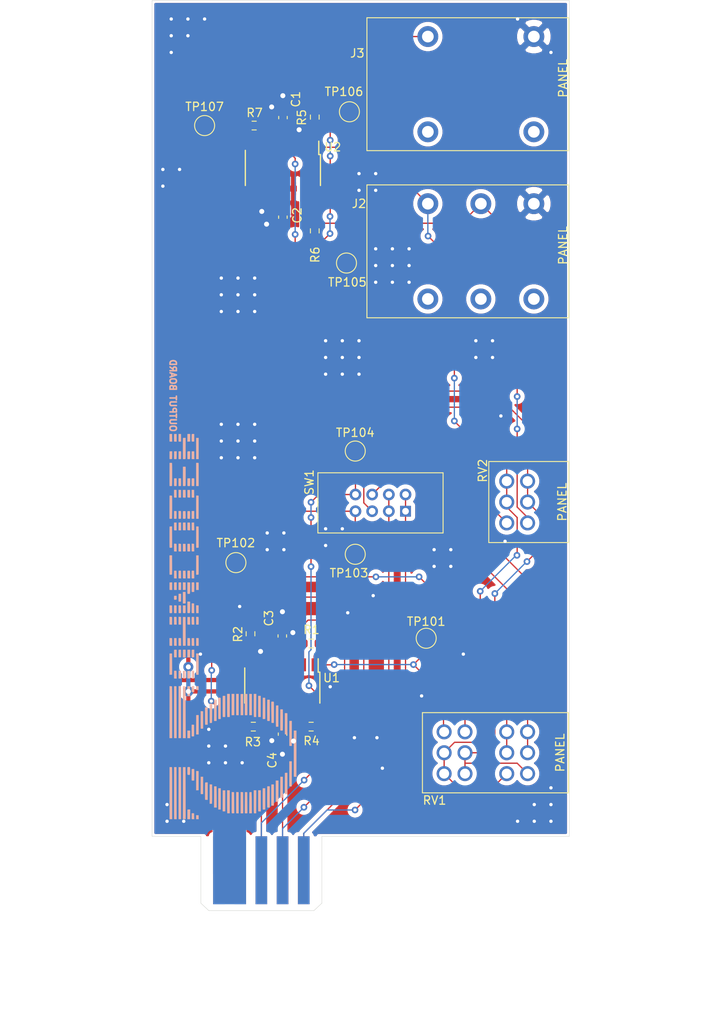
<source format=kicad_pcb>
(kicad_pcb (version 20171130) (host pcbnew "(5.1.9-0-10_14)")
  (layers (0 F.Cu signal) (31 B.Cu signal) (34 B.Paste user) (35 F.Paste user) (36 B.SilkS user) (37 F.SilkS user) (38 B.Mask user) (39 F.Mask user) (44 Edge.Cuts user))
  (net 0 "")
  (net 1 /CARRIER)
  (net 2 -12V)
  (net 3 /MOD_CARRIER_BANDS_RIGHT)
  (net 4 /MOD_CARRIER_BANDS_LEFT)
  (net 5 GND)
  (net 6 /PROGRAM_BANDS_RIGHT)
  (net 7 /PROGRAM_BANDS_LEFT)
  (net 8 /PROGRAM)
  (net 9 +12V)
  (net 10 "Net-(J2-PadR)")
  (net 11 "Net-(J2-PadT)")
  (net 12 "Net-(J3-PadT)")
  (net 13 /MOD_CARRIER_BANDS_LEFT_BUFFERED)
  (net 14 /MOD_CARRIER_BANDS_RIGHT_BUFFERED)
  (net 15 /PROGRAM_BANDS_LEFT_BUFFERED)
  (net 16 /PROGRAM_BANDS_RIGHT_BUFFERED)
  (net 17 "Net-(R5-Pad2)")
  (net 18 "Net-(RV1-PadR21)")
  (net 19 /FEEDTHROUGH_RIGHT)
  (net 20 "Net-(RV1-PadR11)")
  (net 21 /FEEDTHROUGH_LEFT)
  (net 22 "Net-(J2-PadRN)")
  (net 23 "Net-(J2-PadTN)")
  (net 24 "Net-(J2-PadSN)")
  (net 25 "Net-(J3-PadTN)")
  (net 26 "Net-(J3-PadSN)")
  (net 27 "Net-(U2-Pad8)")
  (module OHMCODER:345-010-521-201_Male (layer F.Cu) (at 117.3 154.3)
    (fp_text reference J1 hide)
    (fp_text value Conn_02x05_Odd_Even)
    (pad 1 connect rect (at -5.08 4.064) (size 1.4 8.128) (layers F.Cu) (net 9 +12V))
    (pad 3 connect rect (at -2.54 4.064) (size 1.4 8.128) (layers F.Cu) (net 2 -12V))
    (pad 5 connect rect (at 0 4.064) (size 1.4 8.128) (layers F.Cu) (net 7 /PROGRAM_BANDS_LEFT))
    (pad 7 connect rect (at 2.54 4.064) (size 1.4 8.128) (layers F.Cu) (net 6 /PROGRAM_BANDS_RIGHT))
    (pad 9 connect rect (at 5.08 4.064) (size 1.4 8.128) (layers F.Cu) (net 8 /PROGRAM))
    (pad 4 connect rect (at -2.54 4.064) (size 1.4 8.128) (layers B.Cu) (net 5 GND))
    (pad 8 connect rect (at 2.54 4.064) (size 1.4 8.128) (layers B.Cu) (net 3 /MOD_CARRIER_BANDS_RIGHT))
    (pad 10 connect rect (at 5.08 4.064) (size 1.4 8.128) (layers B.Cu) (net 1 /CARRIER))
    (pad 2 connect rect (at -5.08 4.064) (size 1.4 8.128) (layers B.Cu) (net 5 GND))
    (pad 6 connect rect (at 0 4.064) (size 1.4 8.128) (layers B.Cu) (net 4 /MOD_CARRIER_BANDS_LEFT))
  )
  (module OHMCODER:OHMCODER_46x15mm (layer B.Cu) (at 113.9 129.2 90)
    (fp_text reference G*** hide)
    (fp_text value LOGO hide)
  )
  (module OHMCODER:OHMCODER_24x8mm (layer F.Cu) (at 168 88.8)
    (fp_text reference G*** hide)
    (fp_text value LOGO hide)
  )
  (module TestPoint:TestPoint_Pad_D2.0mm (layer F.Cu) (at 110.5 69.25)
    (fp_text reference TP107 (at 0 -2.25) (layer F.SilkS))
    (fp_text value TestPoint)
    (pad 1 smd circle (at 0 0) (size 2 2) (layers F.Cu F.Mask) (net 12 "Net-(J3-PadT)"))
  )
  (module TestPoint:TestPoint_Pad_D2.0mm (layer F.Cu) (at 127.85 67.6)
    (fp_text reference TP106 (at -0.65 -2.4) (layer F.SilkS))
    (fp_text value TestPoint)
    (pad 1 smd circle (at 0 0) (size 2 2) (layers F.Cu F.Mask) (net 11 "Net-(J2-PadT)"))
  )
  (module TestPoint:TestPoint_Pad_D2.0mm (layer F.Cu) (at 127.5 85.7)
    (fp_text reference TP105 (at 0.1 2.3) (layer F.SilkS))
    (fp_text value TestPoint)
    (pad 1 smd circle (at 0 0) (size 2 2) (layers F.Cu F.Mask) (net 10 "Net-(J2-PadR)"))
  )
  (module TestPoint:TestPoint_Pad_D2.0mm (layer F.Cu) (at 128.55 108.2)
    (fp_text reference TP104 (at 0 -2.2) (layer F.SilkS))
    (fp_text value TestPoint)
    (pad 1 smd circle (at 0 0) (size 2 2) (layers F.Cu F.Mask) (net 16 /PROGRAM_BANDS_RIGHT_BUFFERED))
  )
  (module TestPoint:TestPoint_Pad_D2.0mm (layer F.Cu) (at 128.55 120.55)
    (fp_text reference TP103 (at -0.75 2.25) (layer F.SilkS))
    (fp_text value TestPoint)
    (pad 1 smd circle (at 0 0) (size 2 2) (layers F.Cu F.Mask) (net 15 /PROGRAM_BANDS_LEFT_BUFFERED))
  )
  (module TestPoint:TestPoint_Pad_D2.0mm (layer F.Cu) (at 114.25 121.55)
    (fp_text reference TP102 (at 0 -2.35) (layer F.SilkS))
    (fp_text value TestPoint)
    (pad 1 smd circle (at 0 0) (size 2 2) (layers F.Cu F.Mask) (net 14 /MOD_CARRIER_BANDS_RIGHT_BUFFERED))
  )
  (module TestPoint:TestPoint_Pad_D2.0mm (layer F.Cu) (at 137.05 130.6)
    (fp_text reference TP101 (at 0 -1.998) (layer F.SilkS))
    (fp_text value TestPoint)
    (pad 1 smd circle (at 0 0) (size 2 2) (layers F.Cu F.Mask) (net 13 /MOD_CARRIER_BANDS_LEFT_BUFFERED))
  )
  (module OHMCODER:Hirose-DF51A-8DP-2DSA (layer F.Cu) (at 131.575 114.4 180)
    (fp_text reference SW1 (at 8.525 2.475 270) (layer F.SilkS))
    (fp_text value SW_DP3T)
    (pad 8 thru_hole circle (at 3 1 180) (size 1.4 1.4) (drill 0.8) (layers *.Cu *.Mask) (net 16 /PROGRAM_BANDS_RIGHT_BUFFERED))
    (pad 7 thru_hole circle (at 1 1 180) (size 1.4 1.4) (drill 0.8) (layers *.Cu *.Mask) (net 21 /FEEDTHROUGH_LEFT))
    (pad 6 thru_hole circle (at -1 1 180) (size 1.4 1.4) (drill 0.8) (layers *.Cu *.Mask) (net 8 /PROGRAM))
    (pad 5 thru_hole circle (at -3 1 180) (size 1.4 1.4) (drill 0.8) (layers *.Cu *.Mask) (net 1 /CARRIER))
    (pad 4 thru_hole circle (at 3 -1 180) (size 1.4 1.4) (drill 0.8) (layers *.Cu *.Mask) (net 15 /PROGRAM_BANDS_LEFT_BUFFERED))
    (pad 3 thru_hole circle (at 1 -1 180) (size 1.4 1.4) (drill 0.8) (layers *.Cu *.Mask) (net 19 /FEEDTHROUGH_RIGHT))
    (pad 2 thru_hole circle (at -1 -1 180) (size 1.4 1.4) (drill 0.8) (layers *.Cu *.Mask) (net 8 /PROGRAM))
    (pad 1 thru_hole rect (at -3 -1 180) (size 1.3 1.3) (drill 0.8) (layers *.Cu *.Mask) (net 1 /CARRIER))
  )
  (module OHMCODER:Bourns_PTD902-2020K-A203 (layer F.Cu) (at 149.2 114.3 90)
    (fp_text reference RV2 (at 3.75 -5.375 90) (layer F.SilkS))
    (fp_text value 20k)
    (fp_text user PANEL (at 0 4.15 90) (layer F.SilkS))
    (pad 6 thru_hole circle (at 2.5 0 90) (size 1.8 1.8) (drill 1.2) (layers *.Cu *.Mask) (net 20 "Net-(RV1-PadR11)"))
    (pad 5 thru_hole circle (at 0 0 90) (size 1.8 1.8) (drill 1.2) (layers *.Cu *.Mask) (net 20 "Net-(RV1-PadR11)"))
    (pad 4 thru_hole circle (at -2.5 0 90) (size 1.8 1.8) (drill 1.2) (layers *.Cu *.Mask) (net 10 "Net-(J2-PadR)"))
    (pad 3 thru_hole circle (at 2.5 -2.5 90) (size 1.8 1.8) (drill 1.2) (layers *.Cu *.Mask) (net 18 "Net-(RV1-PadR21)"))
    (pad 2 thru_hole circle (at 0 -2.5 90) (size 1.8 1.8) (drill 1.2) (layers *.Cu *.Mask) (net 18 "Net-(RV1-PadR21)"))
    (pad 1 thru_hole circle (at -2.5 -2.5 90) (size 1.8 1.8) (drill 1.2) (layers *.Cu *.Mask) (net 11 "Net-(J2-PadT)"))
  )
  (module Capacitor_SMD:C_0603_1608Metric_Pad1.08x0.95mm_HandSolder (layer F.Cu) (at 119.84 142.075 90)
    (fp_text reference C4 (at -3.125 -1.24 90) (layer F.SilkS))
    (fp_text value 100n)
    (pad 2 smd roundrect (at 0.8625 0 90) (size 1.075 0.95) (layers F.Cu F.Paste F.Mask) (net 2 -12V))
    (pad 1 smd roundrect (at -0.8625 0 90) (size 1.075 0.95) (layers F.Cu F.Paste F.Mask) (net 5 GND))
  )
  (module Capacitor_SMD:C_0603_1608Metric_Pad1.08x0.95mm_HandSolder (layer F.Cu) (at 119.81 130.325 90)
    (fp_text reference C3 (at 2.125 -1.61 90) (layer F.SilkS))
    (fp_text value 100n)
    (pad 2 smd roundrect (at 0.8625 0 90) (size 1.075 0.95) (layers F.Cu F.Paste F.Mask) (net 5 GND))
    (pad 1 smd roundrect (at -0.8625 0 90) (size 1.075 0.95) (layers F.Cu F.Paste F.Mask) (net 9 +12V))
  )
  (module Capacitor_SMD:C_0603_1608Metric_Pad1.08x0.95mm_HandSolder (layer F.Cu) (at 119.88 80.2125 90)
    (fp_text reference C2 (at 0.2125 1.72 90) (layer F.SilkS))
    (fp_text value 100n)
    (pad 2 smd roundrect (at 0.8625 0 90) (size 1.075 0.95) (layers F.Cu F.Paste F.Mask) (net 2 -12V))
    (pad 1 smd roundrect (at -0.8625 0 90) (size 1.075 0.95) (layers F.Cu F.Paste F.Mask) (net 5 GND))
  )
  (module Capacitor_SMD:C_0603_1608Metric_Pad1.08x0.95mm_HandSolder (layer F.Cu) (at 119.89 68.2975 90)
    (fp_text reference C1 (at 2.1975 1.535 90) (layer F.SilkS))
    (fp_text value 100n)
    (pad 2 smd roundrect (at 0.8625 0 90) (size 1.075 0.95) (layers F.Cu F.Paste F.Mask) (net 5 GND))
    (pad 1 smd roundrect (at -0.8625 0 90) (size 1.075 0.95) (layers F.Cu F.Paste F.Mask) (net 9 +12V))
  )
  (module OHMCODER:Bourns_PTD904-2020K-B103 (layer F.Cu) (at 149.2 144.3 90)
    (fp_text reference RV1 (at -5.7 -11.15 180) (layer F.SilkS))
    (fp_text value 10k)
    (fp_text user PANEL (at 0 3.9 90) (layer F.SilkS))
    (pad R42 thru_hole circle (at 0 -10 90) (size 1.8 1.8) (drill 1.2) (layers *.Cu *.Mask) (net 18 "Net-(RV1-PadR21)"))
    (pad R41 thru_hole circle (at -2.5 -10 90) (size 1.8 1.8) (drill 1.2) (layers *.Cu *.Mask) (net 18 "Net-(RV1-PadR21)"))
    (pad R43 thru_hole circle (at 2.5 -10 90) (size 1.8 1.8) (drill 1.2) (layers *.Cu *.Mask) (net 13 /MOD_CARRIER_BANDS_LEFT_BUFFERED))
    (pad R13 thru_hole circle (at 2.5 0 90) (size 1.8 1.8) (drill 1.2) (layers *.Cu *.Mask) (net 19 /FEEDTHROUGH_RIGHT))
    (pad R12 thru_hole circle (at 0 0 90) (size 1.8 1.8) (drill 1.2) (layers *.Cu *.Mask) (net 19 /FEEDTHROUGH_RIGHT))
    (pad R11 thru_hole circle (at -2.5 0 90) (size 1.8 1.8) (drill 1.2) (layers *.Cu *.Mask) (net 20 "Net-(RV1-PadR11)"))
    (pad R23 thru_hole circle (at 2.5 -2.5 90) (size 1.8 1.8) (drill 1.2) (layers *.Cu *.Mask) (net 21 /FEEDTHROUGH_LEFT))
    (pad R22 thru_hole circle (at 0 -2.5 90) (size 1.8 1.8) (drill 1.2) (layers *.Cu *.Mask) (net 21 /FEEDTHROUGH_LEFT))
    (pad R21 thru_hole circle (at -2.5 -2.5 90) (size 1.8 1.8) (drill 1.2) (layers *.Cu *.Mask) (net 18 "Net-(RV1-PadR21)"))
    (pad R33 thru_hole circle (at 2.5 -7.5 90) (size 1.8 1.8) (drill 1.2) (layers *.Cu *.Mask) (net 14 /MOD_CARRIER_BANDS_RIGHT_BUFFERED))
    (pad R32 thru_hole circle (at 0 -7.5 90) (size 1.8 1.8) (drill 1.2) (layers *.Cu *.Mask) (net 20 "Net-(RV1-PadR11)"))
    (pad R31 thru_hole circle (at -2.5 -7.5 90) (size 1.8 1.8) (drill 1.2) (layers *.Cu *.Mask) (net 20 "Net-(RV1-PadR11)"))
  )
  (module OHMCODER:Amphenol_ACJM-MHDRM (layer F.Cu) (at 149.95 70)
    (fp_text reference J3 (at -21.15 -9.4) (layer F.SilkS))
    (fp_text value AudioJack2_Switch)
    (fp_text user PANEL (at 3.5 -6.4 90) (layer F.SilkS))
    (pad S thru_hole circle (at 0 -11.4) (size 2.5 2.5) (drill 1.4) (layers *.Cu *.Mask) (net 5 GND))
    (pad T thru_hole circle (at -12.7 -11.4) (size 2.5 2.5) (drill 1.4) (layers *.Cu *.Mask) (net 12 "Net-(J3-PadT)"))
    (pad TN thru_hole circle (at -12.7 0) (size 2.5 2.5) (drill 1.4) (layers *.Cu *.Mask) (net 25 "Net-(J3-PadTN)"))
    (pad SN thru_hole circle (at 0 0) (size 2.5 2.5) (drill 1.4) (layers *.Cu *.Mask) (net 26 "Net-(J3-PadSN)"))
  )
  (module OHMCODER:Amphenol_ACJS-MHDRM (layer F.Cu) (at 149.95 90)
    (fp_text reference J2 (at -20.95 -11.4) (layer F.SilkS))
    (fp_text value AudioJack3_Switch)
    (fp_text user PANEL (at 3.5 -6.4 90) (layer F.SilkS))
    (pad RN thru_hole circle (at -6.35 0) (size 2.5 2.5) (drill 1.4) (layers *.Cu *.Mask) (net 22 "Net-(J2-PadRN)"))
    (pad R thru_hole circle (at -6.35 -11.4) (size 2.5 2.5) (drill 1.4) (layers *.Cu *.Mask) (net 10 "Net-(J2-PadR)"))
    (pad S thru_hole circle (at 0 -11.4) (size 2.5 2.5) (drill 1.4) (layers *.Cu *.Mask) (net 5 GND))
    (pad T thru_hole circle (at -12.7 -11.4) (size 2.5 2.5) (drill 1.4) (layers *.Cu *.Mask) (net 11 "Net-(J2-PadT)"))
    (pad TN thru_hole circle (at -12.7 0) (size 2.5 2.5) (drill 1.4) (layers *.Cu *.Mask) (net 23 "Net-(J2-PadTN)"))
    (pad SN thru_hole circle (at 0 0) (size 2.5 2.5) (drill 1.4) (layers *.Cu *.Mask) (net 24 "Net-(J2-PadSN)"))
  )
  (module OHMCODER:TL074-SOIC-14 (layer F.Cu) (at 119.88 74.32 180)
    (fp_text reference U2 (at -5.98 2.49 180) (layer F.SilkS))
    (fp_text value TL074)
    (pad 8 smd rect (at 3.81 -2.475 180) (size 0.6 1.55) (layers F.Cu F.Paste F.Mask) (net 27 "Net-(U2-Pad8)"))
    (pad 9 smd rect (at 2.54 -2.475 180) (size 0.6 1.55) (layers F.Cu F.Paste F.Mask) (net 5 GND))
    (pad 10 smd rect (at 1.27 -2.475 180) (size 0.6 1.55) (layers F.Cu F.Paste F.Mask) (net 5 GND))
    (pad 11 smd rect (at 0 -2.475 180) (size 0.6 1.55) (layers F.Cu F.Paste F.Mask) (net 2 -12V))
    (pad 12 smd rect (at -1.27 -2.475 180) (size 0.6 1.55) (layers F.Cu F.Paste F.Mask) (net 5 GND))
    (pad 13 smd rect (at -2.54 -2.475 180) (size 0.6 1.55) (layers F.Cu F.Paste F.Mask) (net 20 "Net-(RV1-PadR11)"))
    (pad 14 smd rect (at -3.81 -2.475 180) (size 0.6 1.55) (layers F.Cu F.Paste F.Mask) (net 10 "Net-(J2-PadR)"))
    (pad 7 smd rect (at 3.81 2.475 180) (size 0.6 1.55) (layers F.Cu F.Paste F.Mask) (net 12 "Net-(J3-PadT)"))
    (pad 6 smd rect (at 2.54 2.475 180) (size 0.6 1.55) (layers F.Cu F.Paste F.Mask) (net 17 "Net-(R5-Pad2)"))
    (pad 5 smd rect (at 1.27 2.475 180) (size 0.6 1.55) (layers F.Cu F.Paste F.Mask) (net 5 GND))
    (pad 4 smd rect (at 0 2.475 180) (size 0.6 1.55) (layers F.Cu F.Paste F.Mask) (net 9 +12V))
    (pad 3 smd rect (at -1.27 2.475 180) (size 0.6 1.55) (layers F.Cu F.Paste F.Mask) (net 18 "Net-(RV1-PadR21)"))
    (pad 2 smd rect (at -2.54 2.475 180) (size 0.6 1.55) (layers F.Cu F.Paste F.Mask) (net 5 GND))
    (pad 1 smd rect (at -3.81 2.475 180) (size 0.6 1.55) (layers F.Cu F.Paste F.Mask) (net 11 "Net-(J2-PadT)"))
  )
  (module OHMCODER:TL074-SOIC-14 (layer F.Cu) (at 119.81 136.255 180)
    (fp_text reference U1 (at -5.9 0.905 180) (layer F.SilkS))
    (fp_text value TL074)
    (pad 8 smd rect (at 3.81 -2.475 180) (size 0.6 1.55) (layers F.Cu F.Paste F.Mask) (net 15 /PROGRAM_BANDS_LEFT_BUFFERED))
    (pad 9 smd rect (at 2.54 -2.475 180) (size 0.6 1.55) (layers F.Cu F.Paste F.Mask) (net 7 /PROGRAM_BANDS_LEFT))
    (pad 10 smd rect (at 1.27 -2.475 180) (size 0.6 1.55) (layers F.Cu F.Paste F.Mask) (net 5 GND))
    (pad 11 smd rect (at 0 -2.475 180) (size 0.6 1.55) (layers F.Cu F.Paste F.Mask) (net 2 -12V))
    (pad 12 smd rect (at -1.27 -2.475 180) (size 0.6 1.55) (layers F.Cu F.Paste F.Mask) (net 5 GND))
    (pad 13 smd rect (at -2.54 -2.475 180) (size 0.6 1.55) (layers F.Cu F.Paste F.Mask) (net 6 /PROGRAM_BANDS_RIGHT))
    (pad 14 smd rect (at -3.81 -2.475 180) (size 0.6 1.55) (layers F.Cu F.Paste F.Mask) (net 16 /PROGRAM_BANDS_RIGHT_BUFFERED))
    (pad 7 smd rect (at 3.81 2.475 180) (size 0.6 1.55) (layers F.Cu F.Paste F.Mask) (net 14 /MOD_CARRIER_BANDS_RIGHT_BUFFERED))
    (pad 6 smd rect (at 2.54 2.475 180) (size 0.6 1.55) (layers F.Cu F.Paste F.Mask) (net 5 GND))
    (pad 5 smd rect (at 1.27 2.475 180) (size 0.6 1.55) (layers F.Cu F.Paste F.Mask) (net 3 /MOD_CARRIER_BANDS_RIGHT))
    (pad 4 smd rect (at 0 2.475 180) (size 0.6 1.55) (layers F.Cu F.Paste F.Mask) (net 9 +12V))
    (pad 3 smd rect (at -1.27 2.475 180) (size 0.6 1.55) (layers F.Cu F.Paste F.Mask) (net 5 GND))
    (pad 2 smd rect (at -2.54 2.475 180) (size 0.6 1.55) (layers F.Cu F.Paste F.Mask) (net 4 /MOD_CARRIER_BANDS_LEFT))
    (pad 1 smd rect (at -3.81 2.475 180) (size 0.6 1.55) (layers F.Cu F.Paste F.Mask) (net 13 /MOD_CARRIER_BANDS_LEFT_BUFFERED))
  )
  (module Resistor_SMD:R_0603_1608Metric_Pad0.98x0.95mm_HandSolder (layer F.Cu) (at 116.4375 69.25 180)
    (fp_text reference R7 (at -0.05 1.525) (layer F.SilkS))
    (fp_text value 10k)
    (pad 2 smd roundrect (at 0.9125 0 180) (size 0.975 0.95) (layers F.Cu F.Paste F.Mask) (net 12 "Net-(J3-PadT)"))
    (pad 1 smd roundrect (at -0.9125 0 180) (size 0.975 0.95) (layers F.Cu F.Paste F.Mask) (net 17 "Net-(R5-Pad2)"))
  )
  (module Resistor_SMD:R_0603_1608Metric_Pad0.98x0.95mm_HandSolder (layer F.Cu) (at 123.7 81.85 90)
    (fp_text reference R6 (at -2.8625 0.05 90) (layer F.SilkS))
    (fp_text value 10k)
    (pad 2 smd roundrect (at 0.9125 0 90) (size 0.975 0.95) (layers F.Cu F.Paste F.Mask) (net 10 "Net-(J2-PadR)"))
    (pad 1 smd roundrect (at -0.9125 0 90) (size 0.975 0.95) (layers F.Cu F.Paste F.Mask) (net 17 "Net-(R5-Pad2)"))
  )
  (module Resistor_SMD:R_0603_1608Metric_Pad0.98x0.95mm_HandSolder (layer F.Cu) (at 123.7 68.2375 90)
    (fp_text reference R5 (at -0.0475 -1.56 90) (layer F.SilkS))
    (fp_text value 10k)
    (pad 2 smd roundrect (at 0.9125 0 90) (size 0.975 0.95) (layers F.Cu F.Paste F.Mask) (net 17 "Net-(R5-Pad2)"))
    (pad 1 smd roundrect (at -0.9125 0 90) (size 0.975 0.95) (layers F.Cu F.Paste F.Mask) (net 11 "Net-(J2-PadT)"))
  )
  (module Resistor_SMD:R_0603_1608Metric_Pad0.98x0.95mm_HandSolder (layer F.Cu) (at 123.2625 141.175 180)
    (fp_text reference R4 (at -0.0475 -1.71) (layer F.SilkS))
    (fp_text value 10k)
    (pad 2 smd roundrect (at 0.9125 0 180) (size 0.975 0.95) (layers F.Cu F.Paste F.Mask) (net 6 /PROGRAM_BANDS_RIGHT))
    (pad 1 smd roundrect (at -0.9125 0 180) (size 0.975 0.95) (layers F.Cu F.Paste F.Mask) (net 16 /PROGRAM_BANDS_RIGHT_BUFFERED))
  )
  (module Resistor_SMD:R_0603_1608Metric_Pad0.98x0.95mm_HandSolder (layer F.Cu) (at 116.3375 141.175)
    (fp_text reference R3 (at -0.0575 1.84) (layer F.SilkS))
    (fp_text value 10k)
    (pad 2 smd roundrect (at 0.9125 0) (size 0.975 0.95) (layers F.Cu F.Paste F.Mask) (net 7 /PROGRAM_BANDS_LEFT))
    (pad 1 smd roundrect (at -0.9125 0) (size 0.975 0.95) (layers F.Cu F.Paste F.Mask) (net 15 /PROGRAM_BANDS_LEFT_BUFFERED))
  )
  (module Resistor_SMD:R_0603_1608Metric_Pad0.98x0.95mm_HandSolder (layer F.Cu) (at 116 130.0625 90)
    (fp_text reference R2 (at -0.0575 -1.5 90) (layer F.SilkS))
    (fp_text value 10k)
    (pad 2 smd roundrect (at 0.9125 0 90) (size 0.975 0.95) (layers F.Cu F.Paste F.Mask) (net 3 /MOD_CARRIER_BANDS_RIGHT))
    (pad 1 smd roundrect (at -0.9125 0 90) (size 0.975 0.95) (layers F.Cu F.Paste F.Mask) (net 14 /MOD_CARRIER_BANDS_RIGHT_BUFFERED))
  )
  (module Resistor_SMD:R_0603_1608Metric_Pad0.98x0.95mm_HandSolder (layer F.Cu) (at 123.2625 131.225 180)
    (fp_text reference R1 (at -0.0375 1.64) (layer F.SilkS))
    (fp_text value 10k)
    (pad 2 smd roundrect (at 0.9125 0 180) (size 0.975 0.95) (layers F.Cu F.Paste F.Mask) (net 4 /MOD_CARRIER_BANDS_LEFT))
    (pad 1 smd roundrect (at -0.9125 0 180) (size 0.975 0.95) (layers F.Cu F.Paste F.Mask) (net 13 /MOD_CARRIER_BANDS_LEFT_BUFFERED))
  )
  (gr_text "OUTPUT BOARD" (at 106.7 106 -90) (layer B.SilkS) (effects (font (size 0.762 0.762) (thickness 0.1905)) (justify left mirror)))
  (gr_line (start 104.2 54.3) (end 154.2 54.3) (layer Edge.Cuts) (width 0.05))
  (gr_line (start 104.2 154.3) (end 104.2 54.3) (layer Edge.Cuts) (width 0.05))
  (gr_line (start 110.05 154.3) (end 104.2 154.3) (layer Edge.Cuts) (width 0.05))
  (gr_line (start 154.2 154.3) (end 154.2 54.3) (layer Edge.Cuts) (width 0.05))
  (gr_line (start 124.55 154.3) (end 154.2 154.3) (layer Edge.Cuts) (width 0.05))
  (gr_line (start 110.05 162.3) (end 110.05 154.3) (layer Edge.Cuts) (width 0.05))
  (gr_line (start 111 163.19) (end 110.05 162.3) (layer Edge.Cuts) (width 0.05))
  (gr_line (start 123.6 163.19) (end 111 163.19) (layer Edge.Cuts) (width 0.05))
  (gr_line (start 124.55 162.3) (end 123.6 163.19) (layer Edge.Cuts) (width 0.05))
  (gr_line (start 124.55 154.3) (end 124.55 162.3) (layer Edge.Cuts) (width 0.05))
  (segment (start 122.38 158.745) (end 122.38 153.945) (width 0.1524) (layer B.Cu) (net 1))
  (via (at 128.525 151.15) (size 0.8) (drill 0.4) (layers F.Cu B.Cu) (net 1))
  (segment (start 125.175 151.15) (end 128.525 151.15) (width 0.1524) (layer B.Cu) (net 1))
  (segment (start 122.38 153.945) (end 125.175 151.15) (width 0.1524) (layer B.Cu) (net 1))
  (segment (start 134.575 145.1) (end 134.575 115.4) (width 0.1524) (layer F.Cu) (net 1))
  (segment (start 128.525 151.15) (end 134.575 145.1) (width 0.1524) (layer F.Cu) (net 1))
  (segment (start 134.575 115.4) (end 134.575 113.4) (width 0.1524) (layer F.Cu) (net 1))
  (segment (start 114.76 158.745) (end 114.76 152.635) (width 0.508) (layer F.Cu) (net 2))
  (segment (start 108.55 146.425) (end 108.55 136.962) (width 0.508) (layer F.Cu) (net 2))
  (via (at 108.55 136.962) (size 1.2) (drill 0.6) (layers F.Cu B.Cu) (net 2))
  (segment (start 114.76 152.635) (end 108.55 146.425) (width 0.508) (layer F.Cu) (net 2))
  (via (at 108.55 134.025) (size 1.2) (drill 0.6) (layers F.Cu B.Cu) (net 2))
  (segment (start 108.55 136.962) (end 108.55 134.025) (width 0.508) (layer B.Cu) (net 2))
  (segment (start 119.88 75.618398) (end 119.88 76.795) (width 0.508) (layer F.Cu) (net 2))
  (segment (start 119.261602 75) (end 119.88 75.618398) (width 0.508) (layer F.Cu) (net 2))
  (segment (start 108.55 79.075) (end 112.625 75) (width 0.508) (layer F.Cu) (net 2))
  (segment (start 112.625 75) (end 119.261602 75) (width 0.508) (layer F.Cu) (net 2))
  (segment (start 108.55 134.025) (end 108.55 79.075) (width 0.508) (layer F.Cu) (net 2))
  (segment (start 119.81 137.447) (end 119.81 138.73) (width 0.508) (layer F.Cu) (net 2))
  (segment (start 119.325 136.962) (end 119.81 137.447) (width 0.508) (layer F.Cu) (net 2))
  (segment (start 108.55 136.962) (end 119.325 136.962) (width 0.508) (layer F.Cu) (net 2))
  (segment (start 119.84 138.76) (end 119.81 138.73) (width 0.508) (layer F.Cu) (net 2))
  (segment (start 119.84 141.2125) (end 119.84 138.76) (width 0.508) (layer F.Cu) (net 2))
  (segment (start 119.88 79.35) (end 119.88 76.795) (width 0.508) (layer F.Cu) (net 2))
  (via (at 122.4 150.825) (size 0.8) (drill 0.4) (layers F.Cu B.Cu) (net 3))
  (segment (start 119.84 153.385) (end 122.4 150.825) (width 0.1524) (layer B.Cu) (net 3))
  (segment (start 119.84 158.745) (end 119.84 153.385) (width 0.1524) (layer B.Cu) (net 3))
  (segment (start 122.4 150.825) (end 129.575 143.65) (width 0.1524) (layer F.Cu) (net 3))
  (segment (start 129.575 143.65) (end 129.575 127.475) (width 0.1524) (layer F.Cu) (net 3))
  (segment (start 129.575 127.475) (end 127.775 125.675) (width 0.1524) (layer F.Cu) (net 3))
  (segment (start 127.775 125.675) (end 117.65 125.675) (width 0.1524) (layer F.Cu) (net 3))
  (segment (start 116 127.325) (end 116 129.15) (width 0.1524) (layer F.Cu) (net 3))
  (segment (start 117.65 125.675) (end 116 127.325) (width 0.1524) (layer F.Cu) (net 3))
  (segment (start 118.54 132.44) (end 118.54 133.78) (width 0.1524) (layer F.Cu) (net 3))
  (segment (start 118.54 130.54) (end 118.54 132.44) (width 0.1524) (layer F.Cu) (net 3))
  (segment (start 117.15 129.15) (end 118.54 130.54) (width 0.1524) (layer F.Cu) (net 3))
  (segment (start 116 129.15) (end 117.15 129.15) (width 0.1524) (layer F.Cu) (net 3))
  (segment (start 122.35 133.78) (end 122.35 131.225) (width 0.1524) (layer F.Cu) (net 4))
  (segment (start 117.3 152.7) (end 122.425 147.575) (width 0.1524) (layer B.Cu) (net 4))
  (via (at 122.425 147.575) (size 0.8) (drill 0.4) (layers F.Cu B.Cu) (net 4))
  (segment (start 117.3 158.745) (end 117.3 152.7) (width 0.1524) (layer B.Cu) (net 4))
  (segment (start 122.425 147.575) (end 127.275 142.725) (width 0.1524) (layer F.Cu) (net 4))
  (segment (start 127.275 142.725) (end 127.275 129.8) (width 0.1524) (layer F.Cu) (net 4))
  (segment (start 127.275 129.8) (end 125.9 128.425) (width 0.1524) (layer F.Cu) (net 4))
  (segment (start 125.9 128.425) (end 122.9 128.425) (width 0.1524) (layer F.Cu) (net 4))
  (segment (start 122.35 128.975) (end 122.35 131.225) (width 0.1524) (layer F.Cu) (net 4))
  (segment (start 122.9 128.425) (end 122.35 128.975) (width 0.1524) (layer F.Cu) (net 4))
  (via (at 119.825 127.425) (size 1.2) (drill 0.6) (layers F.Cu B.Cu) (net 5))
  (segment (start 119.81 127.44) (end 119.825 127.425) (width 0.508) (layer F.Cu) (net 5))
  (segment (start 119.81 129.4625) (end 119.81 127.44) (width 0.508) (layer F.Cu) (net 5))
  (segment (start 121.08 133.78) (end 121.08 130.2575) (width 0.508) (layer F.Cu) (net 5))
  (via (at 117.2 132.175) (size 1.2) (drill 0.6) (layers F.Cu B.Cu) (net 5))
  (segment (start 117.27 132.245) (end 117.2 132.175) (width 0.508) (layer F.Cu) (net 5))
  (segment (start 117.27 133.78) (end 117.27 132.245) (width 0.508) (layer F.Cu) (net 5))
  (via (at 119.825 144.475) (size 1.2) (drill 0.6) (layers F.Cu B.Cu) (net 5))
  (segment (start 119.84 144.46) (end 119.825 144.475) (width 0.508) (layer F.Cu) (net 5))
  (segment (start 119.84 142.9375) (end 119.84 144.46) (width 0.508) (layer F.Cu) (net 5))
  (segment (start 122.42 70.345) (end 121.825 69.75) (width 0.508) (layer F.Cu) (net 5))
  (via (at 121.825 69.75) (size 1.2) (drill 0.6) (layers F.Cu B.Cu) (net 5))
  (segment (start 122.42 71.845) (end 122.42 70.345) (width 0.508) (layer F.Cu) (net 5))
  (segment (start 119.89 65.69) (end 119.875 65.675) (width 0.508) (layer F.Cu) (net 5))
  (via (at 119.875 65.675) (size 1.2) (drill 0.6) (layers F.Cu B.Cu) (net 5))
  (segment (start 119.89 67.435) (end 119.89 65.69) (width 0.508) (layer F.Cu) (net 5))
  (segment (start 118.61 71.845) (end 118.61 68.24) (width 0.508) (layer F.Cu) (net 5))
  (segment (start 117.34 76.795) (end 118.61 76.795) (width 0.508) (layer F.Cu) (net 5))
  (segment (start 120.355 81.075) (end 119.88 81.075) (width 0.508) (layer F.Cu) (net 5))
  (segment (start 121.15 80.28) (end 120.355 81.075) (width 0.508) (layer F.Cu) (net 5))
  (segment (start 121.15 76.795) (end 121.15 80.28) (width 0.508) (layer F.Cu) (net 5))
  (via (at 117.35 79.525) (size 1.2) (drill 0.6) (layers F.Cu B.Cu) (net 5))
  (segment (start 117.34 79.515) (end 117.35 79.525) (width 0.508) (layer F.Cu) (net 5))
  (segment (start 117.34 76.795) (end 117.34 79.515) (width 0.508) (layer F.Cu) (net 5))
  (via (at 117.925 81.05) (size 1.2) (drill 0.6) (layers F.Cu B.Cu) (net 5))
  (segment (start 117.95 81.075) (end 117.925 81.05) (width 0.508) (layer F.Cu) (net 5))
  (segment (start 119.88 81.075) (end 117.95 81.075) (width 0.508) (layer F.Cu) (net 5))
  (via (at 118.55 142.85) (size 1.2) (drill 0.6) (layers F.Cu B.Cu) (net 5))
  (segment (start 118.54 142.84) (end 118.55 142.85) (width 0.508) (layer F.Cu) (net 5))
  (segment (start 118.54 138.73) (end 118.54 142.84) (width 0.508) (layer F.Cu) (net 5))
  (via (at 121.15 142.9) (size 1.2) (drill 0.6) (layers F.Cu B.Cu) (net 5))
  (segment (start 121.08 142.83) (end 121.15 142.9) (width 0.508) (layer F.Cu) (net 5))
  (segment (start 121.08 138.73) (end 121.08 142.83) (width 0.508) (layer F.Cu) (net 5))
  (via (at 121.075 129.925) (size 1.2) (drill 0.6) (layers F.Cu B.Cu) (net 5))
  (segment (start 121.08 129.93) (end 121.075 129.925) (width 0.508) (layer F.Cu) (net 5))
  (segment (start 121.08 130.2575) (end 121.08 129.93) (width 0.508) (layer F.Cu) (net 5))
  (via (at 118.5342 67.020642) (size 1.2) (drill 0.6) (layers F.Cu B.Cu) (net 5))
  (segment (start 118.61 67.096442) (end 118.5342 67.020642) (width 0.508) (layer F.Cu) (net 5))
  (segment (start 118.61 68.24) (end 118.61 67.096442) (width 0.508) (layer F.Cu) (net 5))
  (segment (start 112.22 158.745) (end 112.22 153.105) (width 1.4) (layer B.Cu) (net 5))
  (segment (start 114.76 158.745) (end 114.76 153.06) (width 1.4) (layer B.Cu) (net 5))
  (via (at 106 152.5) (size 0.8) (drill 0.4) (layers F.Cu B.Cu) (net 5))
  (via (at 108 152.5) (size 0.8) (drill 0.4) (layers F.Cu B.Cu) (net 5))
  (via (at 106 150.5) (size 0.8) (drill 0.4) (layers F.Cu B.Cu) (net 5))
  (via (at 152 152.5) (size 0.8) (drill 0.4) (layers F.Cu B.Cu) (net 5))
  (via (at 152 150.5) (size 0.8) (drill 0.4) (layers F.Cu B.Cu) (net 5))
  (via (at 150 152.5) (size 0.8) (drill 0.4) (layers F.Cu B.Cu) (net 5))
  (via (at 152 148.5) (size 0.8) (drill 0.4) (layers F.Cu B.Cu) (net 5))
  (via (at 150 150.5) (size 0.8) (drill 0.4) (layers F.Cu B.Cu) (net 5))
  (via (at 148 152.5) (size 0.8) (drill 0.4) (layers F.Cu B.Cu) (net 5))
  (via (at 152 60.5) (size 0.8) (drill 0.4) (layers F.Cu B.Cu) (net 5))
  (via (at 148 56.5) (size 0.8) (drill 0.4) (layers F.Cu B.Cu) (net 5))
  (via (at 106.5 56.5) (size 0.8) (drill 0.4) (layers F.Cu B.Cu) (net 5))
  (via (at 108.5 56.5) (size 0.8) (drill 0.4) (layers F.Cu B.Cu) (net 5))
  (via (at 110.5 56.5) (size 0.8) (drill 0.4) (layers F.Cu B.Cu) (net 5))
  (via (at 106.5 58.5) (size 0.8) (drill 0.4) (layers F.Cu B.Cu) (net 5))
  (via (at 106.5 60.5) (size 0.8) (drill 0.4) (layers F.Cu B.Cu) (net 5))
  (via (at 108.5 58.5) (size 0.8) (drill 0.4) (layers F.Cu B.Cu) (net 5))
  (via (at 114.5 87.5) (size 0.8) (drill 0.4) (layers F.Cu B.Cu) (net 5))
  (via (at 114.5 89.5) (size 0.8) (drill 0.4) (layers F.Cu B.Cu) (net 5))
  (via (at 114.5 91.5) (size 0.8) (drill 0.4) (layers F.Cu B.Cu) (net 5))
  (via (at 116.5 91.5) (size 0.8) (drill 0.4) (layers F.Cu B.Cu) (net 5))
  (via (at 116.5 89.5) (size 0.8) (drill 0.4) (layers F.Cu B.Cu) (net 5))
  (via (at 116.5 87.5) (size 0.8) (drill 0.4) (layers F.Cu B.Cu) (net 5))
  (via (at 112.5 87.5) (size 0.8) (drill 0.4) (layers F.Cu B.Cu) (net 5))
  (via (at 112.5 89.5) (size 0.8) (drill 0.4) (layers F.Cu B.Cu) (net 5))
  (via (at 112.5 91.5) (size 0.8) (drill 0.4) (layers F.Cu B.Cu) (net 5))
  (via (at 127 97) (size 0.8) (drill 0.4) (layers F.Cu B.Cu) (net 5))
  (via (at 127 95) (size 0.8) (drill 0.4) (layers F.Cu B.Cu) (net 5))
  (via (at 127 99) (size 0.8) (drill 0.4) (layers F.Cu B.Cu) (net 5))
  (via (at 125 99) (size 0.8) (drill 0.4) (layers F.Cu B.Cu) (net 5))
  (via (at 125 97) (size 0.8) (drill 0.4) (layers F.Cu B.Cu) (net 5))
  (via (at 125 95) (size 0.8) (drill 0.4) (layers F.Cu B.Cu) (net 5))
  (via (at 129 95) (size 0.8) (drill 0.4) (layers F.Cu B.Cu) (net 5))
  (via (at 129 97) (size 0.8) (drill 0.4) (layers F.Cu B.Cu) (net 5))
  (via (at 129 99) (size 0.8) (drill 0.4) (layers F.Cu B.Cu) (net 5))
  (via (at 133 86) (size 0.8) (drill 0.4) (layers F.Cu B.Cu) (net 5))
  (via (at 133 84) (size 0.8) (drill 0.4) (layers F.Cu B.Cu) (net 5))
  (via (at 135 84) (size 0.8) (drill 0.4) (layers F.Cu B.Cu) (net 5))
  (via (at 135 86) (size 0.8) (drill 0.4) (layers F.Cu B.Cu) (net 5))
  (via (at 135 88) (size 0.8) (drill 0.4) (layers F.Cu B.Cu) (net 5))
  (via (at 133 88) (size 0.8) (drill 0.4) (layers F.Cu B.Cu) (net 5))
  (via (at 131 88) (size 0.8) (drill 0.4) (layers F.Cu B.Cu) (net 5))
  (via (at 131 86) (size 0.8) (drill 0.4) (layers F.Cu B.Cu) (net 5))
  (via (at 131 84) (size 0.8) (drill 0.4) (layers F.Cu B.Cu) (net 5))
  (via (at 114.5 107) (size 0.8) (drill 0.4) (layers F.Cu B.Cu) (net 5))
  (via (at 116.5 107) (size 0.8) (drill 0.4) (layers F.Cu B.Cu) (net 5))
  (via (at 112.5 107) (size 0.8) (drill 0.4) (layers F.Cu B.Cu) (net 5))
  (via (at 114.5 105) (size 0.8) (drill 0.4) (layers F.Cu B.Cu) (net 5))
  (via (at 114.5 109) (size 0.8) (drill 0.4) (layers F.Cu B.Cu) (net 5))
  (via (at 116.5 109) (size 0.8) (drill 0.4) (layers F.Cu B.Cu) (net 5))
  (via (at 116.5 105) (size 0.8) (drill 0.4) (layers F.Cu B.Cu) (net 5))
  (via (at 112.5 105) (size 0.8) (drill 0.4) (layers F.Cu B.Cu) (net 5))
  (via (at 112.5 109) (size 0.8) (drill 0.4) (layers F.Cu B.Cu) (net 5))
  (via (at 131.8 146.15) (size 0.8) (drill 0.4) (layers F.Cu B.Cu) (net 5))
  (via (at 131.15 142.5) (size 0.8) (drill 0.4) (layers F.Cu B.Cu) (net 5))
  (via (at 130.7 125.5) (size 0.8) (drill 0.4) (layers F.Cu B.Cu) (net 5))
  (via (at 114.7 126.8) (size 0.8) (drill 0.4) (layers F.Cu B.Cu) (net 5))
  (via (at 128.45 142.5) (size 0.8) (drill 0.4) (layers F.Cu B.Cu) (net 5))
  (via (at 127.65 127.55) (size 0.8) (drill 0.4) (layers F.Cu B.Cu) (net 5))
  (via (at 125.55 136.4) (size 0.8) (drill 0.4) (layers F.Cu B.Cu) (net 5))
  (via (at 113 145.5) (size 0.8) (drill 0.4) (layers F.Cu B.Cu) (net 5))
  (via (at 115 145.5) (size 0.8) (drill 0.4) (layers F.Cu B.Cu) (net 5))
  (via (at 111 145.5) (size 0.8) (drill 0.4) (layers F.Cu B.Cu) (net 5))
  (via (at 111 143.5) (size 0.8) (drill 0.4) (layers F.Cu B.Cu) (net 5))
  (via (at 113 143.5) (size 0.8) (drill 0.4) (layers F.Cu B.Cu) (net 5))
  (via (at 111 141.5) (size 0.8) (drill 0.4) (layers F.Cu B.Cu) (net 5))
  (via (at 140 122) (size 0.8) (drill 0.4) (layers F.Cu B.Cu) (net 5))
  (via (at 140 120) (size 0.8) (drill 0.4) (layers F.Cu B.Cu) (net 5))
  (via (at 138 120) (size 0.8) (drill 0.4) (layers F.Cu B.Cu) (net 5))
  (via (at 138 122) (size 0.8) (drill 0.4) (layers F.Cu B.Cu) (net 5))
  (via (at 143 95) (size 0.8) (drill 0.4) (layers F.Cu B.Cu) (net 5))
  (via (at 145 95) (size 0.8) (drill 0.4) (layers F.Cu B.Cu) (net 5))
  (via (at 145 97) (size 0.8) (drill 0.4) (layers F.Cu B.Cu) (net 5))
  (via (at 143 97) (size 0.8) (drill 0.4) (layers F.Cu B.Cu) (net 5))
  (via (at 129 75) (size 0.8) (drill 0.4) (layers F.Cu B.Cu) (net 5))
  (via (at 129 77) (size 0.8) (drill 0.4) (layers F.Cu B.Cu) (net 5))
  (via (at 131 77) (size 0.8) (drill 0.4) (layers F.Cu B.Cu) (net 5))
  (via (at 131 75) (size 0.8) (drill 0.4) (layers F.Cu B.Cu) (net 5))
  (via (at 141.5 132.5) (size 0.8) (drill 0.4) (layers F.Cu B.Cu) (net 5))
  (via (at 110 132.5) (size 0.8) (drill 0.4) (layers F.Cu B.Cu) (net 5))
  (via (at 146.5 119) (size 0.8) (drill 0.4) (layers F.Cu B.Cu) (net 5))
  (via (at 146 104) (size 0.8) (drill 0.4) (layers F.Cu B.Cu) (net 5))
  (via (at 136.5 137.5) (size 0.8) (drill 0.4) (layers F.Cu B.Cu) (net 5))
  (via (at 105.5 76.5) (size 0.8) (drill 0.4) (layers F.Cu B.Cu) (net 5))
  (via (at 105.5 74.5) (size 0.8) (drill 0.4) (layers F.Cu B.Cu) (net 5))
  (via (at 107.5 74.5) (size 0.8) (drill 0.4) (layers F.Cu B.Cu) (net 5))
  (via (at 118 118) (size 0.8) (drill 0.4) (layers F.Cu B.Cu) (net 5))
  (via (at 118 120) (size 0.8) (drill 0.4) (layers F.Cu B.Cu) (net 5))
  (via (at 120 120) (size 0.8) (drill 0.4) (layers F.Cu B.Cu) (net 5))
  (via (at 120 118) (size 0.8) (drill 0.4) (layers F.Cu B.Cu) (net 5))
  (via (at 125 117.5) (size 0.8) (drill 0.4) (layers F.Cu B.Cu) (net 5))
  (via (at 127 117.5) (size 0.8) (drill 0.4) (layers F.Cu B.Cu) (net 5))
  (via (at 125 119.5) (size 0.8) (drill 0.4) (layers F.Cu B.Cu) (net 5))
  (segment (start 122.35 138.73) (end 122.35 141.175) (width 0.1524) (layer F.Cu) (net 6))
  (segment (start 119.84 158.745) (end 119.84 147.36) (width 0.1524) (layer F.Cu) (net 6))
  (segment (start 122.35 144.85) (end 122.35 141.175) (width 0.1524) (layer F.Cu) (net 6))
  (segment (start 119.84 147.36) (end 122.35 144.85) (width 0.1524) (layer F.Cu) (net 6))
  (segment (start 117.3 141.225) (end 117.25 141.175) (width 0.1524) (layer F.Cu) (net 7))
  (segment (start 117.3 158.745) (end 117.3 141.225) (width 0.1524) (layer F.Cu) (net 7))
  (segment (start 117.25 138.75) (end 117.27 138.73) (width 0.1524) (layer F.Cu) (net 7))
  (segment (start 117.25 141.175) (end 117.25 138.75) (width 0.1524) (layer F.Cu) (net 7))
  (segment (start 132.575 115.4) (end 132.575 113.4) (width 0.1524) (layer F.Cu) (net 8))
  (segment (start 132.575 143.75) (end 132.575 115.4) (width 0.1524) (layer F.Cu) (net 8))
  (segment (start 122.38 153.945) (end 132.575 143.75) (width 0.1524) (layer F.Cu) (net 8))
  (segment (start 122.38 158.745) (end 122.38 153.945) (width 0.1524) (layer F.Cu) (net 8))
  (segment (start 112.22 158.745) (end 112.22 153.27) (width 0.508) (layer F.Cu) (net 9))
  (segment (start 112.22 153.27) (end 106.3 147.35) (width 0.508) (layer F.Cu) (net 9))
  (segment (start 106.3 78.425) (end 110.9 73.825) (width 0.508) (layer F.Cu) (net 9))
  (segment (start 119.88 73.021602) (end 119.88 71.845) (width 0.508) (layer F.Cu) (net 9))
  (segment (start 119.076602 73.825) (end 119.88 73.021602) (width 0.508) (layer F.Cu) (net 9))
  (segment (start 110.9 73.825) (end 119.076602 73.825) (width 0.508) (layer F.Cu) (net 9))
  (segment (start 119.166602 135.6) (end 106.3 135.6) (width 0.508) (layer F.Cu) (net 9))
  (segment (start 119.81 134.956602) (end 119.166602 135.6) (width 0.508) (layer F.Cu) (net 9))
  (segment (start 119.81 133.78) (end 119.81 134.956602) (width 0.508) (layer F.Cu) (net 9))
  (segment (start 106.3 135.6) (end 106.3 78.425) (width 0.508) (layer F.Cu) (net 9))
  (segment (start 106.3 147.35) (end 106.3 135.6) (width 0.508) (layer F.Cu) (net 9))
  (segment (start 119.81 133.78) (end 119.81 131.1875) (width 0.508) (layer F.Cu) (net 9))
  (segment (start 119.88 69.17) (end 119.89 69.16) (width 0.508) (layer F.Cu) (net 9))
  (segment (start 119.88 71.845) (end 119.88 69.17) (width 0.508) (layer F.Cu) (net 9))
  (segment (start 123.7 76.805) (end 123.69 76.795) (width 0.1524) (layer F.Cu) (net 10))
  (segment (start 123.7 80.9375) (end 123.7 76.805) (width 0.1524) (layer F.Cu) (net 10))
  (segment (start 141.2625 80.9375) (end 143.6 78.6) (width 0.1524) (layer F.Cu) (net 10))
  (segment (start 123.7 80.9375) (end 141.2625 80.9375) (width 0.1524) (layer F.Cu) (net 10))
  (via (at 147.95 105.55) (size 0.8) (drill 0.4) (layers F.Cu B.Cu) (net 10))
  (via (at 147.95 101.675) (size 0.8) (drill 0.4) (layers F.Cu B.Cu) (net 10))
  (segment (start 147.95 105.55) (end 147.95 101.675) (width 0.1524) (layer B.Cu) (net 10))
  (segment (start 147.95 82.95) (end 143.6 78.6) (width 0.1524) (layer F.Cu) (net 10))
  (segment (start 147.95 101.675) (end 147.95 82.95) (width 0.1524) (layer F.Cu) (net 10))
  (segment (start 147.95 114.9) (end 147.95 105.55) (width 0.1524) (layer F.Cu) (net 10))
  (segment (start 149.2 116.15) (end 147.95 114.9) (width 0.1524) (layer F.Cu) (net 10))
  (segment (start 149.2 116.8) (end 149.2 116.15) (width 0.1524) (layer F.Cu) (net 10))
  (segment (start 127.5 85.7) (end 127.5 80.9375) (width 0.1524) (layer F.Cu) (net 10))
  (segment (start 123.69 69.16) (end 123.7 69.15) (width 0.1524) (layer F.Cu) (net 11))
  (segment (start 123.69 71.845) (end 123.69 69.16) (width 0.1524) (layer F.Cu) (net 11))
  (segment (start 130.495 71.845) (end 137.25 78.6) (width 0.1524) (layer F.Cu) (net 11))
  (via (at 137.275 82.475) (size 0.8) (drill 0.4) (layers F.Cu B.Cu) (net 11))
  (segment (start 137.25 82.45) (end 137.275 82.475) (width 0.1524) (layer B.Cu) (net 11))
  (segment (start 137.25 78.6) (end 137.25 82.45) (width 0.1524) (layer B.Cu) (net 11))
  (segment (start 137.275 82.475) (end 140.425 85.625) (width 0.1524) (layer F.Cu) (net 11))
  (via (at 140.425 99.475) (size 0.8) (drill 0.4) (layers F.Cu B.Cu) (net 11))
  (segment (start 140.425 85.625) (end 140.425 99.475) (width 0.1524) (layer F.Cu) (net 11))
  (segment (start 140.425 99.475) (end 140.425 102.725) (width 0.1524) (layer B.Cu) (net 11))
  (segment (start 140.425 104.625) (end 144.675 108.875) (width 0.1524) (layer F.Cu) (net 11))
  (segment (start 144.675 114.775) (end 146.7 116.8) (width 0.1524) (layer F.Cu) (net 11))
  (segment (start 144.675 108.875) (end 144.675 114.775) (width 0.1524) (layer F.Cu) (net 11))
  (via (at 140.425 104.6) (size 0.8) (drill 0.4) (layers F.Cu B.Cu) (net 11))
  (segment (start 140.425 104.625) (end 140.425 104.6) (width 0.1524) (layer F.Cu) (net 11))
  (segment (start 140.425 104.6) (end 140.425 102.725) (width 0.1524) (layer B.Cu) (net 11))
  (segment (start 127.85 71.8) (end 127.805 71.845) (width 0.1524) (layer F.Cu) (net 11))
  (segment (start 127.805 71.845) (end 130.495 71.845) (width 0.1524) (layer F.Cu) (net 11))
  (segment (start 127.85 67.6) (end 127.85 71.8) (width 0.1524) (layer F.Cu) (net 11))
  (segment (start 123.69 71.845) (end 127.805 71.845) (width 0.1524) (layer F.Cu) (net 11))
  (segment (start 115.525 69.25) (end 115.525 70.05) (width 0.1524) (layer F.Cu) (net 12))
  (segment (start 116.07 70.595) (end 116.07 71.845) (width 0.1524) (layer F.Cu) (net 12))
  (segment (start 115.525 70.05) (end 116.07 70.595) (width 0.1524) (layer F.Cu) (net 12))
  (segment (start 115.525 69.25) (end 115.525 62.025) (width 0.1524) (layer F.Cu) (net 12))
  (segment (start 118.95 58.6) (end 137.25 58.6) (width 0.1524) (layer F.Cu) (net 12))
  (segment (start 115.525 62.025) (end 118.95 58.6) (width 0.1524) (layer F.Cu) (net 12))
  (segment (start 110.5 69.25) (end 115.525 69.25) (width 0.1524) (layer F.Cu) (net 12))
  (segment (start 123.62 133.78) (end 123.62 132.705) (width 0.1524) (layer F.Cu) (net 13))
  (segment (start 124.175 132.15) (end 124.175 131.225) (width 0.1524) (layer F.Cu) (net 13))
  (segment (start 123.62 132.705) (end 124.175 132.15) (width 0.1524) (layer F.Cu) (net 13))
  (via (at 126.025 133.75) (size 0.8) (drill 0.4) (layers F.Cu B.Cu) (net 13))
  (segment (start 125.995 133.78) (end 126.025 133.75) (width 0.1524) (layer F.Cu) (net 13))
  (segment (start 123.62 133.78) (end 125.995 133.78) (width 0.1524) (layer F.Cu) (net 13))
  (segment (start 126.025 133.75) (end 135.525 133.75) (width 0.1524) (layer B.Cu) (net 13))
  (via (at 135.525 133.75) (size 0.8) (drill 0.4) (layers F.Cu B.Cu) (net 13))
  (segment (start 135.525 133.75) (end 139.125 137.35) (width 0.1524) (layer F.Cu) (net 13))
  (segment (start 139.125 141.725) (end 139.2 141.8) (width 0.1524) (layer F.Cu) (net 13))
  (segment (start 139.125 137.35) (end 139.125 141.725) (width 0.1524) (layer F.Cu) (net 13))
  (segment (start 137.05 132.225) (end 135.525 133.75) (width 0.1524) (layer F.Cu) (net 13))
  (segment (start 137.05 130.6) (end 137.05 132.225) (width 0.1524) (layer F.Cu) (net 13))
  (segment (start 116 133.78) (end 116 130.975) (width 0.1524) (layer F.Cu) (net 14))
  (segment (start 116 130.975) (end 114.125 130.975) (width 0.1524) (layer F.Cu) (net 14))
  (segment (start 114.125 130.975) (end 113.05 129.9) (width 0.1524) (layer F.Cu) (net 14))
  (segment (start 113.05 129.9) (end 113.05 125.8) (width 0.1524) (layer F.Cu) (net 14))
  (via (at 131.025 123.25) (size 0.8) (drill 0.4) (layers F.Cu B.Cu) (net 14))
  (segment (start 115.6 123.25) (end 131.025 123.25) (width 0.1524) (layer F.Cu) (net 14))
  (segment (start 113.05 125.8) (end 115.6 123.25) (width 0.1524) (layer F.Cu) (net 14))
  (via (at 136.2 123.25) (size 0.8) (drill 0.4) (layers F.Cu B.Cu) (net 14))
  (segment (start 131.025 123.25) (end 136.2 123.25) (width 0.1524) (layer B.Cu) (net 14))
  (segment (start 136.2 123.25) (end 139.825 126.875) (width 0.1524) (layer F.Cu) (net 14))
  (segment (start 139.825 126.875) (end 139.825 133.05) (width 0.1524) (layer F.Cu) (net 14))
  (segment (start 141.7 134.925) (end 141.7 141.8) (width 0.1524) (layer F.Cu) (net 14))
  (segment (start 139.825 133.05) (end 141.7 134.925) (width 0.1524) (layer F.Cu) (net 14))
  (segment (start 115.3 122.95) (end 115.6 123.25) (width 0.1524) (layer F.Cu) (net 14))
  (segment (start 114.25 121.9) (end 115.3 122.95) (width 0.1524) (layer F.Cu) (net 14))
  (segment (start 114.25 121.55) (end 114.25 121.9) (width 0.1524) (layer F.Cu) (net 14))
  (segment (start 115.425 140.45) (end 116 139.875) (width 0.1524) (layer F.Cu) (net 15))
  (segment (start 116 139.875) (end 116 138.73) (width 0.1524) (layer F.Cu) (net 15))
  (segment (start 115.425 141.175) (end 115.425 140.45) (width 0.1524) (layer F.Cu) (net 15))
  (segment (start 111.906 138.73) (end 111.3 138.124) (width 0.1524) (layer F.Cu) (net 15))
  (via (at 111.3 138.124) (size 0.8) (drill 0.4) (layers F.Cu B.Cu) (net 15))
  (segment (start 116 138.73) (end 111.906 138.73) (width 0.1524) (layer F.Cu) (net 15))
  (segment (start 111.3 134.488) (end 111.35 134.438) (width 0.1524) (layer B.Cu) (net 15))
  (via (at 111.35 134.438) (size 0.8) (drill 0.4) (layers F.Cu B.Cu) (net 15))
  (segment (start 111.3 138.124) (end 111.3 134.488) (width 0.1524) (layer B.Cu) (net 15))
  (segment (start 111.35 134.438) (end 111.35 119.8) (width 0.1524) (layer F.Cu) (net 15))
  (segment (start 115.75 115.4) (end 128.575 115.4) (width 0.1524) (layer F.Cu) (net 15))
  (segment (start 111.35 119.8) (end 115.75 115.4) (width 0.1524) (layer F.Cu) (net 15))
  (segment (start 128.55 115.425) (end 128.575 115.4) (width 0.1524) (layer F.Cu) (net 15))
  (segment (start 128.55 120.55) (end 128.55 115.425) (width 0.1524) (layer F.Cu) (net 15))
  (segment (start 124.175 140.4) (end 124.175 141.175) (width 0.1524) (layer F.Cu) (net 16))
  (segment (start 123.62 139.845) (end 124.175 140.4) (width 0.1524) (layer F.Cu) (net 16))
  (segment (start 123.62 138.73) (end 123.62 139.845) (width 0.1524) (layer F.Cu) (net 16))
  (segment (start 123.62 136.895) (end 123 136.275) (width 0.1524) (layer F.Cu) (net 16))
  (via (at 123 136.275) (size 0.8) (drill 0.4) (layers F.Cu B.Cu) (net 16))
  (segment (start 123.62 138.73) (end 123.62 136.895) (width 0.1524) (layer F.Cu) (net 16))
  (segment (start 123 136.275) (end 123 135.709315) (width 0.1524) (layer B.Cu) (net 16))
  (segment (start 123 135.709315) (end 123 132.425) (width 0.1524) (layer B.Cu) (net 16))
  (segment (start 123 132.425) (end 123 132.225) (width 0.1524) (layer B.Cu) (net 16))
  (via (at 123.25 122.025) (size 0.8) (drill 0.4) (layers F.Cu B.Cu) (net 16))
  (segment (start 123.25 131.975) (end 123.25 122.025) (width 0.1524) (layer B.Cu) (net 16))
  (segment (start 123 132.225) (end 123.25 131.975) (width 0.1524) (layer B.Cu) (net 16))
  (via (at 123.25 116.15) (size 0.8) (drill 0.4) (layers F.Cu B.Cu) (net 16))
  (segment (start 123.25 122.025) (end 123.25 116.15) (width 0.1524) (layer F.Cu) (net 16))
  (via (at 123.25 114.325) (size 0.8) (drill 0.4) (layers F.Cu B.Cu) (net 16))
  (segment (start 123.25 116.15) (end 123.25 114.325) (width 0.1524) (layer B.Cu) (net 16))
  (segment (start 123.25 114.325) (end 124.175 113.4) (width 0.1524) (layer F.Cu) (net 16))
  (segment (start 124.175 113.4) (end 128.575 113.4) (width 0.1524) (layer F.Cu) (net 16))
  (segment (start 128.575 108.225) (end 128.55 108.2) (width 0.1524) (layer F.Cu) (net 16))
  (segment (start 128.575 113.4) (end 128.575 108.225) (width 0.1524) (layer F.Cu) (net 16))
  (segment (start 117.35 71.835) (end 117.34 71.845) (width 0.1524) (layer F.Cu) (net 17))
  (segment (start 117.35 69.25) (end 117.35 71.835) (width 0.1524) (layer F.Cu) (net 17))
  (segment (start 123.7 67.325) (end 123.7 65.525) (width 0.1524) (layer F.Cu) (net 17))
  (segment (start 123.7 65.525) (end 122.525 64.35) (width 0.1524) (layer F.Cu) (net 17))
  (segment (start 122.525 64.35) (end 118.525 64.35) (width 0.1524) (layer F.Cu) (net 17))
  (segment (start 117.35 65.525) (end 117.35 69.25) (width 0.1524) (layer F.Cu) (net 17))
  (segment (start 118.525 64.35) (end 117.35 65.525) (width 0.1524) (layer F.Cu) (net 17))
  (segment (start 125.55 69.175) (end 125.55 71) (width 0.1524) (layer F.Cu) (net 17))
  (via (at 125.55 71) (size 0.8) (drill 0.4) (layers F.Cu B.Cu) (net 17))
  (segment (start 123.7 67.325) (end 125.55 69.175) (width 0.1524) (layer F.Cu) (net 17))
  (via (at 125.55 72.9) (size 0.8) (drill 0.4) (layers F.Cu B.Cu) (net 17))
  (segment (start 125.55 71) (end 125.55 72.9) (width 0.1524) (layer B.Cu) (net 17))
  (via (at 125.525 80.125) (size 0.8) (drill 0.4) (layers F.Cu B.Cu) (net 17))
  (segment (start 125.55 80.1) (end 125.525 80.125) (width 0.1524) (layer F.Cu) (net 17))
  (segment (start 125.55 72.9) (end 125.55 80.1) (width 0.1524) (layer F.Cu) (net 17))
  (via (at 125.525 82.175) (size 0.8) (drill 0.4) (layers F.Cu B.Cu) (net 17))
  (segment (start 125.525 80.125) (end 125.525 82.175) (width 0.1524) (layer B.Cu) (net 17))
  (segment (start 125.525 82.175) (end 124.9 82.8) (width 0.1524) (layer F.Cu) (net 17))
  (segment (start 123.7375 82.8) (end 123.7 82.7625) (width 0.1524) (layer F.Cu) (net 17))
  (segment (start 124.9 82.8) (end 123.7375 82.8) (width 0.1524) (layer F.Cu) (net 17))
  (segment (start 139.2 144.3) (end 139.2 146.8) (width 0.1524) (layer F.Cu) (net 18))
  (segment (start 146.7 146.8) (end 144.775 148.725) (width 0.1524) (layer F.Cu) (net 18))
  (segment (start 141.125 148.725) (end 139.2 146.8) (width 0.1524) (layer F.Cu) (net 18))
  (segment (start 144.775 148.725) (end 141.125 148.725) (width 0.1524) (layer F.Cu) (net 18))
  (segment (start 146.7 111.8) (end 146.7 114.3) (width 0.1524) (layer F.Cu) (net 18))
  (via (at 143.525 124.975) (size 0.8) (drill 0.4) (layers F.Cu B.Cu) (net 18))
  (via (at 147.925 120.675) (size 0.8) (drill 0.4) (layers F.Cu B.Cu) (net 18))
  (segment (start 147.825 120.675) (end 147.925 120.675) (width 0.1524) (layer B.Cu) (net 18))
  (segment (start 143.525 124.975) (end 147.825 120.675) (width 0.1524) (layer B.Cu) (net 18))
  (segment (start 147.95 116.15) (end 146.7 114.9) (width 0.1524) (layer F.Cu) (net 18))
  (segment (start 146.7 114.9) (end 146.7 114.3) (width 0.1524) (layer F.Cu) (net 18))
  (segment (start 147.95 120.65) (end 147.95 116.15) (width 0.1524) (layer F.Cu) (net 18))
  (segment (start 147.925 120.675) (end 147.95 120.65) (width 0.1524) (layer F.Cu) (net 18))
  (via (at 121.35 82.275) (size 0.8) (drill 0.4) (layers F.Cu B.Cu) (net 18))
  (via (at 121.35 73.85) (size 0.8) (drill 0.4) (layers F.Cu B.Cu) (net 18))
  (segment (start 121.35 82.275) (end 121.35 73.85) (width 0.1524) (layer B.Cu) (net 18))
  (segment (start 121.15 72.95) (end 121.15 71.845) (width 0.1524) (layer F.Cu) (net 18))
  (segment (start 121.35 73.15) (end 121.15 72.95) (width 0.1524) (layer F.Cu) (net 18))
  (segment (start 121.35 73.85) (end 121.35 73.15) (width 0.1524) (layer F.Cu) (net 18))
  (segment (start 121.35 97.675) (end 121.35 82.275) (width 0.1524) (layer F.Cu) (net 18))
  (segment (start 126.625 102.95) (end 121.35 97.675) (width 0.1524) (layer F.Cu) (net 18))
  (segment (start 142.825 102.95) (end 126.625 102.95) (width 0.1524) (layer F.Cu) (net 18))
  (segment (start 146.7 106.825) (end 142.825 102.95) (width 0.1524) (layer F.Cu) (net 18))
  (segment (start 146.7 111.8) (end 146.7 106.825) (width 0.1524) (layer F.Cu) (net 18))
  (segment (start 143.525 142.325) (end 143.525 124.975) (width 0.1524) (layer F.Cu) (net 18))
  (segment (start 142.8 143.05) (end 143.525 142.325) (width 0.1524) (layer F.Cu) (net 18))
  (segment (start 140.45 143.05) (end 142.8 143.05) (width 0.1524) (layer F.Cu) (net 18))
  (segment (start 139.2 144.3) (end 140.45 143.05) (width 0.1524) (layer F.Cu) (net 18))
  (segment (start 149.2 141.8) (end 149.2 144.3) (width 0.1524) (layer F.Cu) (net 19))
  (segment (start 149.2 123.6) (end 149.2 141.8) (width 0.1524) (layer F.Cu) (net 19))
  (segment (start 142.525 116.925) (end 149.2 123.6) (width 0.1524) (layer F.Cu) (net 19))
  (segment (start 142.525 113.05) (end 142.525 116.925) (width 0.1524) (layer F.Cu) (net 19))
  (segment (start 131.525 109.95) (end 139.425 109.95) (width 0.1524) (layer F.Cu) (net 19))
  (segment (start 139.425 109.95) (end 142.525 113.05) (width 0.1524) (layer F.Cu) (net 19))
  (segment (start 129.575 111.9) (end 131.525 109.95) (width 0.1524) (layer F.Cu) (net 19))
  (segment (start 129.575 114.4) (end 129.575 111.9) (width 0.1524) (layer F.Cu) (net 19))
  (segment (start 130.575 115.4) (end 129.575 114.4) (width 0.1524) (layer F.Cu) (net 19))
  (segment (start 149.2 111.8) (end 149.2 114.3) (width 0.1524) (layer F.Cu) (net 20))
  (segment (start 147.95 145.55) (end 141.7 145.55) (width 0.1524) (layer F.Cu) (net 20))
  (segment (start 149.2 146.8) (end 147.95 145.55) (width 0.1524) (layer F.Cu) (net 20))
  (segment (start 141.7 145.55) (end 141.7 146.8) (width 0.1524) (layer F.Cu) (net 20))
  (segment (start 141.7 144.3) (end 141.7 145.55) (width 0.1524) (layer F.Cu) (net 20))
  (segment (start 141.7 144.3) (end 141.7 144.4) (width 0.1524) (layer B.Cu) (net 20))
  (segment (start 141.7 144.3) (end 143.775 144.3) (width 0.1524) (layer F.Cu) (net 20))
  (via (at 145.275 125.25) (size 0.8) (drill 0.4) (layers F.Cu B.Cu) (net 20))
  (segment (start 145.275 142.8) (end 145.275 125.25) (width 0.1524) (layer F.Cu) (net 20))
  (segment (start 143.775 144.3) (end 145.275 142.8) (width 0.1524) (layer F.Cu) (net 20))
  (via (at 149.125 121.425) (size 0.8) (drill 0.4) (layers F.Cu B.Cu) (net 20))
  (segment (start 149.1 121.425) (end 149.125 121.425) (width 0.1524) (layer B.Cu) (net 20))
  (segment (start 145.275 125.25) (end 149.1 121.425) (width 0.1524) (layer B.Cu) (net 20))
  (segment (start 149.125 121.425) (end 150.975 119.575) (width 0.1524) (layer F.Cu) (net 20))
  (segment (start 150.975 116.075) (end 149.2 114.3) (width 0.1524) (layer F.Cu) (net 20))
  (segment (start 150.975 119.575) (end 150.975 116.075) (width 0.1524) (layer F.Cu) (net 20))
  (segment (start 149.2 105.15) (end 149.2 111.8) (width 0.1524) (layer F.Cu) (net 20))
  (segment (start 145.075 101.025) (end 149.2 105.15) (width 0.1524) (layer F.Cu) (net 20))
  (segment (start 137.7 101.025) (end 145.075 101.025) (width 0.1524) (layer F.Cu) (net 20))
  (segment (start 122.42 85.745) (end 137.7 101.025) (width 0.1524) (layer F.Cu) (net 20))
  (segment (start 122.42 76.795) (end 122.42 85.745) (width 0.1524) (layer F.Cu) (net 20))
  (segment (start 146.7 141.8) (end 146.7 144.3) (width 0.1524) (layer F.Cu) (net 21))
  (segment (start 146.7 124.675) (end 146.7 141.8) (width 0.1524) (layer F.Cu) (net 21))
  (segment (start 137.675 111.5) (end 140.1 113.925) (width 0.1524) (layer F.Cu) (net 21))
  (segment (start 140.1 118.075) (end 146.7 124.675) (width 0.1524) (layer F.Cu) (net 21))
  (segment (start 140.1 113.925) (end 140.1 118.075) (width 0.1524) (layer F.Cu) (net 21))
  (segment (start 132.475 111.5) (end 137.675 111.5) (width 0.1524) (layer F.Cu) (net 21))
  (segment (start 130.575 113.4) (end 132.475 111.5) (width 0.1524) (layer F.Cu) (net 21))
  (zone (net 5) (net_name GND) (layer B.Cu) (connect_pads (clearance 0.254)) (min_thickness 0.254) (fill yes (arc_segments 32) (thermal_gap 0.762) (thermal_bridge_width 0.762))
    (polygon (pts (xy 154.2 154.3) (xy 104.2 154.3) (xy 104.2 54.3) (xy 154.2 54.3)))
  )
  (zone (net 5) (net_name GND) (layer B.Cu) (connect_pads yes (clearance 0.254)) (min_thickness 0.254) (fill yes (arc_segments 32) (thermal_gap 0.508) (thermal_bridge_width 0.508))
    (polygon (pts (xy 115.46 162.43) (xy 111.52 162.43) (xy 111.52 152.83) (xy 115.46 152.83)))
  )
  (zone (net 5) (net_name GND) (layer F.Cu) (connect_pads (clearance 0.254)) (min_thickness 0.254) (fill yes (arc_segments 32) (thermal_gap 0.762) (thermal_bridge_width 0.762))
    (polygon (pts (xy 154.2 154.3) (xy 104.2 154.3) (xy 104.2 54.3) (xy 154.2 54.3)))
  )
)
</source>
